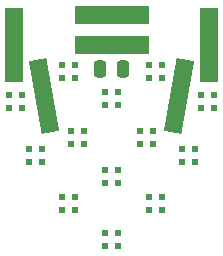
<source format=gbr>
G04 #@! TF.GenerationSoftware,KiCad,Pcbnew,(5.99.0-10027-g0561ce903e)*
G04 #@! TF.CreationDate,2021-09-03T22:07:34-07:00*
G04 #@! TF.ProjectId,scale_cca,7363616c-655f-4636-9361-2e6b69636164,v1r0*
G04 #@! TF.SameCoordinates,Original*
G04 #@! TF.FileFunction,Paste,Top*
G04 #@! TF.FilePolarity,Positive*
%FSLAX46Y46*%
G04 Gerber Fmt 4.6, Leading zero omitted, Abs format (unit mm)*
G04 Created by KiCad (PCBNEW (5.99.0-10027-g0561ce903e)) date 2021-09-03 22:07:34*
%MOMM*%
%LPD*%
G01*
G04 APERTURE LIST*
G04 Aperture macros list*
%AMRoundRect*
0 Rectangle with rounded corners*
0 $1 Rounding radius*
0 $2 $3 $4 $5 $6 $7 $8 $9 X,Y pos of 4 corners*
0 Add a 4 corners polygon primitive as box body*
4,1,4,$2,$3,$4,$5,$6,$7,$8,$9,$2,$3,0*
0 Add four circle primitives for the rounded corners*
1,1,$1+$1,$2,$3*
1,1,$1+$1,$4,$5*
1,1,$1+$1,$6,$7*
1,1,$1+$1,$8,$9*
0 Add four rect primitives between the rounded corners*
20,1,$1+$1,$2,$3,$4,$5,0*
20,1,$1+$1,$4,$5,$6,$7,0*
20,1,$1+$1,$6,$7,$8,$9,0*
20,1,$1+$1,$8,$9,$2,$3,0*%
%AMRotRect*
0 Rectangle, with rotation*
0 The origin of the aperture is its center*
0 $1 length*
0 $2 width*
0 $3 Rotation angle, in degrees counterclockwise*
0 Add horizontal line*
21,1,$1,$2,0,0,$3*%
G04 Aperture macros list end*
%ADD10RotRect,6.250000X1.500000X80.000000*%
%ADD11R,0.600000X0.600000*%
%ADD12R,6.250000X1.500000*%
%ADD13R,1.500000X6.250000*%
%ADD14RoundRect,0.250000X-0.250000X-0.475000X0.250000X-0.475000X0.250000X0.475000X-0.250000X0.475000X0*%
%ADD15RotRect,6.250000X1.500000X100.000000*%
G04 APERTURE END LIST*
D10*
X42227500Y-45593000D03*
D11*
X40745500Y-44111000D03*
X40745500Y-43011000D03*
X39645500Y-43011000D03*
X39645500Y-44111000D03*
D12*
X36512500Y-41275000D03*
D13*
X28257500Y-41275000D03*
D11*
X34141500Y-49699000D03*
X34141500Y-48599000D03*
X33041500Y-48599000D03*
X33041500Y-49699000D03*
X30585500Y-51223000D03*
X30585500Y-50123000D03*
X29485500Y-50123000D03*
X29485500Y-51223000D03*
X33379500Y-44111000D03*
X33379500Y-43011000D03*
X32279500Y-43011000D03*
X32279500Y-44111000D03*
X39983500Y-49699000D03*
X39983500Y-48599000D03*
X38883500Y-48599000D03*
X38883500Y-49699000D03*
X45190500Y-46651000D03*
X45190500Y-45551000D03*
X44090500Y-45551000D03*
X44090500Y-46651000D03*
D12*
X36512500Y-38760400D03*
D11*
X33379500Y-55287000D03*
X33379500Y-54187000D03*
X32279500Y-54187000D03*
X32279500Y-55287000D03*
D14*
X35562500Y-43307000D03*
X37462500Y-43307000D03*
D11*
X37062500Y-53001000D03*
X37062500Y-51901000D03*
X35962500Y-51901000D03*
X35962500Y-53001000D03*
X37062500Y-58335000D03*
X37062500Y-57235000D03*
X35962500Y-57235000D03*
X35962500Y-58335000D03*
X37062500Y-46397000D03*
X37062500Y-45297000D03*
X35962500Y-45297000D03*
X35962500Y-46397000D03*
D13*
X44767500Y-41275000D03*
D11*
X28934500Y-46651000D03*
X28934500Y-45551000D03*
X27834500Y-45551000D03*
X27834500Y-46651000D03*
X40745500Y-55287000D03*
X40745500Y-54187000D03*
X39645500Y-54187000D03*
X39645500Y-55287000D03*
D15*
X30797500Y-45593000D03*
D11*
X43539500Y-51223000D03*
X43539500Y-50123000D03*
X42439500Y-50123000D03*
X42439500Y-51223000D03*
M02*

</source>
